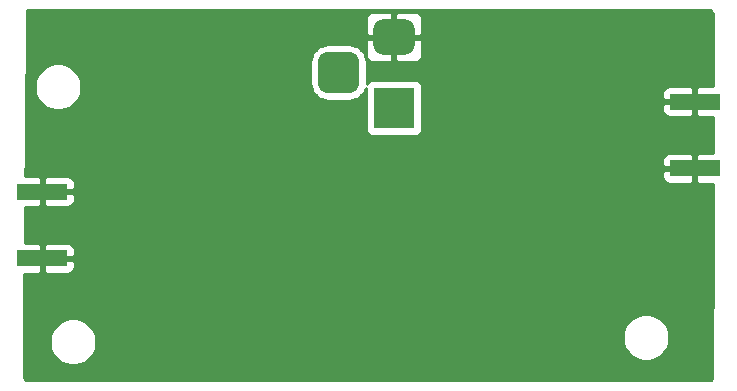
<source format=gbr>
%TF.GenerationSoftware,KiCad,Pcbnew,(5.1.9)-1*%
%TF.CreationDate,2021-01-26T13:47:22-05:00*%
%TF.ProjectId,LNA_1,4c4e415f-312e-46b6-9963-61645f706362,rev?*%
%TF.SameCoordinates,Original*%
%TF.FileFunction,Copper,L2,Bot*%
%TF.FilePolarity,Positive*%
%FSLAX46Y46*%
G04 Gerber Fmt 4.6, Leading zero omitted, Abs format (unit mm)*
G04 Created by KiCad (PCBNEW (5.1.9)-1) date 2021-01-26 13:47:22*
%MOMM*%
%LPD*%
G01*
G04 APERTURE LIST*
%TA.AperFunction,SMDPad,CuDef*%
%ADD10R,4.200000X1.350000*%
%TD*%
%TA.AperFunction,ComponentPad*%
%ADD11R,3.500000X3.500000*%
%TD*%
%TA.AperFunction,ViaPad*%
%ADD12C,0.800000*%
%TD*%
%TA.AperFunction,Conductor*%
%ADD13C,0.254000*%
%TD*%
%TA.AperFunction,Conductor*%
%ADD14C,0.100000*%
%TD*%
G04 APERTURE END LIST*
D10*
%TO.P,J2,3_2*%
%TO.N,GND*%
X138738000Y-58135000D03*
%TO.P,J2,2_2*%
X138738000Y-63785000D03*
%TD*%
%TO.P,J1,3_2*%
%TO.N,GND*%
X83512000Y-71405000D03*
%TO.P,J1,2_2*%
X83512000Y-65755000D03*
%TD*%
%TO.P,J3,3*%
%TO.N,N/C*%
%TA.AperFunction,ComponentPad*%
G36*
G01*
X107709000Y-53924000D02*
X109459000Y-53924000D01*
G75*
G02*
X110334000Y-54799000I0J-875000D01*
G01*
X110334000Y-56549000D01*
G75*
G02*
X109459000Y-57424000I-875000J0D01*
G01*
X107709000Y-57424000D01*
G75*
G02*
X106834000Y-56549000I0J875000D01*
G01*
X106834000Y-54799000D01*
G75*
G02*
X107709000Y-53924000I875000J0D01*
G01*
G37*
%TD.AperFunction*%
%TO.P,J3,2*%
%TO.N,GND*%
%TA.AperFunction,ComponentPad*%
G36*
G01*
X112284000Y-51174000D02*
X114284000Y-51174000D01*
G75*
G02*
X115034000Y-51924000I0J-750000D01*
G01*
X115034000Y-53424000D01*
G75*
G02*
X114284000Y-54174000I-750000J0D01*
G01*
X112284000Y-54174000D01*
G75*
G02*
X111534000Y-53424000I0J750000D01*
G01*
X111534000Y-51924000D01*
G75*
G02*
X112284000Y-51174000I750000J0D01*
G01*
G37*
%TD.AperFunction*%
D11*
%TO.P,J3,1*%
%TO.N,VCC*%
X113284000Y-58674000D03*
%TD*%
D12*
%TO.N,GND*%
X137541000Y-63754000D03*
X138811000Y-63754000D03*
X139954000Y-63754000D03*
X140081000Y-58166000D03*
X138811000Y-58166000D03*
X137541000Y-58166000D03*
X84836000Y-65659000D03*
X83693000Y-65659000D03*
X82550000Y-65659000D03*
X84963000Y-71374000D03*
X83820000Y-71374000D03*
X82677000Y-71374000D03*
X83554999Y-52160905D03*
X83554999Y-60160905D03*
X83554999Y-76160905D03*
X85554999Y-53160905D03*
X85554999Y-61160905D03*
X87554999Y-52160905D03*
X87554999Y-55160905D03*
X87554999Y-59160905D03*
X88554999Y-57160905D03*
X88554999Y-61160905D03*
X88554999Y-71160905D03*
X88554999Y-74160905D03*
X89554999Y-53160905D03*
X89554999Y-63160905D03*
X89554999Y-66160905D03*
X89554999Y-76160905D03*
X89554999Y-79160905D03*
X90554999Y-55160905D03*
X90554999Y-58160905D03*
X90554999Y-72160905D03*
X91554999Y-52160905D03*
X91554999Y-60160905D03*
X91554999Y-70160905D03*
X91554999Y-74160905D03*
X91554999Y-77160905D03*
X91554999Y-80160905D03*
X92554999Y-54160905D03*
X92554999Y-57160905D03*
X93554999Y-59160905D03*
X93554999Y-71160905D03*
X93554999Y-78160905D03*
X94554999Y-52160905D03*
X94554999Y-55160905D03*
X94554999Y-65160905D03*
X94554999Y-80160905D03*
X95554999Y-57160905D03*
X95554999Y-67160905D03*
X95554999Y-70160905D03*
X96554999Y-53160905D03*
X96554999Y-72160905D03*
X96554999Y-78160905D03*
X97554999Y-55160905D03*
X97554999Y-80160905D03*
X98554999Y-52160905D03*
X98554999Y-57160905D03*
X98554999Y-70160905D03*
X99554999Y-54160905D03*
X99554999Y-62160905D03*
X99695000Y-64770000D03*
X99554999Y-72160905D03*
X100554999Y-56160905D03*
X101092000Y-64897000D03*
X100554999Y-80160905D03*
X101554999Y-52160905D03*
X101219000Y-63160905D03*
X102554999Y-54160905D03*
X102554999Y-57160905D03*
X103554999Y-80160905D03*
X104554999Y-52160905D03*
X104554999Y-55160905D03*
X104554999Y-72160905D03*
X104554999Y-78160905D03*
X106554999Y-70160905D03*
X106554999Y-80160905D03*
X107554999Y-52160905D03*
X107554999Y-64160905D03*
X107554999Y-72160905D03*
X108966000Y-61214000D03*
X108554999Y-69160905D03*
X108554999Y-78160905D03*
X109554999Y-65160905D03*
X109554999Y-71160905D03*
X109554999Y-80160905D03*
X111554999Y-64160905D03*
X111554999Y-69160905D03*
X111554999Y-72160905D03*
X112554999Y-74160905D03*
X112554999Y-77160905D03*
X112554999Y-80160905D03*
X113554999Y-70160905D03*
X114554999Y-72160905D03*
X114554999Y-75160905D03*
X114554999Y-78160905D03*
X115554999Y-69160905D03*
X115554999Y-80160905D03*
X116554999Y-71160905D03*
X116554999Y-74160905D03*
X116554999Y-77160905D03*
X117554999Y-52160905D03*
X117554999Y-55160905D03*
X116713000Y-61341000D03*
X117554999Y-64160905D03*
X117554999Y-79160905D03*
X118554999Y-69160905D03*
X118554999Y-72160905D03*
X118554999Y-75160905D03*
X119554999Y-53160905D03*
X119554999Y-56160905D03*
X119554999Y-59160905D03*
X119554999Y-65160905D03*
X119554999Y-77160905D03*
X119554999Y-80160905D03*
X120554999Y-70160905D03*
X120554999Y-73160905D03*
X121554999Y-52160905D03*
X121554999Y-55160905D03*
X121554999Y-58160905D03*
X121554999Y-64160905D03*
X121554999Y-76160905D03*
X121554999Y-79160905D03*
X123554999Y-53160905D03*
X123554999Y-56160905D03*
X123554999Y-77160905D03*
X123554999Y-80160905D03*
X124554999Y-72160905D03*
X124554999Y-75160905D03*
X125554999Y-52160905D03*
X125554999Y-55160905D03*
X125554999Y-58160905D03*
X125554999Y-78160905D03*
X125349000Y-69342000D03*
X126554999Y-73160905D03*
X126554999Y-76160905D03*
X126554999Y-80160905D03*
X127554999Y-53160905D03*
X127554999Y-56160905D03*
X127554999Y-59160905D03*
X128554999Y-71160905D03*
X128554999Y-74160905D03*
X128554999Y-77160905D03*
X129554999Y-52160905D03*
X129554999Y-55160905D03*
X129554999Y-58160905D03*
X129554999Y-79160905D03*
X130554999Y-69160905D03*
X130554999Y-72160905D03*
X130554999Y-75160905D03*
X131554999Y-53160905D03*
X131554999Y-56160905D03*
X131554999Y-77160905D03*
X131554999Y-80160905D03*
X132554999Y-70160905D03*
X132554999Y-73160905D03*
X133554999Y-52160905D03*
X133554999Y-55160905D03*
X133554999Y-58160905D03*
X133554999Y-75160905D03*
X134554999Y-66160905D03*
X134554999Y-69160905D03*
X134554999Y-72160905D03*
X135554999Y-53160905D03*
X135554999Y-74160905D03*
X136554999Y-68160905D03*
X136554999Y-71160905D03*
X137554999Y-52160905D03*
X137554999Y-73160905D03*
X137554999Y-76160905D03*
X137554999Y-79160905D03*
X138554999Y-69160905D03*
X83220550Y-62414876D03*
X83220550Y-74414876D03*
X83220550Y-78414876D03*
X85220550Y-63414876D03*
X86220550Y-74414876D03*
X87220550Y-64414876D03*
X101220550Y-78414876D03*
X105220550Y-57414876D03*
X117220550Y-57414876D03*
X134747000Y-64008000D03*
X136220550Y-55414876D03*
X137220550Y-66414876D03*
X138220550Y-54414876D03*
X139220550Y-67414876D03*
X139220550Y-71414876D03*
X83220550Y-80414876D03*
X87220550Y-66414876D03*
X107220550Y-59414876D03*
X117220550Y-59414876D03*
X119220550Y-61414876D03*
X126220550Y-61414876D03*
X128143000Y-69342000D03*
X126492000Y-71120000D03*
%TD*%
D13*
%TO.N,GND*%
X140035819Y-50421555D02*
X140127596Y-50496407D01*
X140203091Y-50587664D01*
X140259419Y-50691844D01*
X140294440Y-50804976D01*
X140310001Y-50953031D01*
X140310001Y-56822822D01*
X139023750Y-56825000D01*
X138865000Y-56983750D01*
X138865000Y-58008000D01*
X138885000Y-58008000D01*
X138885000Y-58262000D01*
X138865000Y-58262000D01*
X138865000Y-59286250D01*
X139023750Y-59445000D01*
X140310001Y-59447178D01*
X140310001Y-62472822D01*
X139023750Y-62475000D01*
X138865000Y-62633750D01*
X138865000Y-63658000D01*
X138885000Y-63658000D01*
X138885000Y-63912000D01*
X138865000Y-63912000D01*
X138865000Y-64936250D01*
X139023750Y-65095000D01*
X140310001Y-65097178D01*
X140310001Y-69764623D01*
X140178485Y-81648875D01*
X140130594Y-81707595D01*
X140110159Y-81724500D01*
X82139456Y-81724500D01*
X82122405Y-81710594D01*
X82046909Y-81619335D01*
X81990581Y-81515160D01*
X81955560Y-81402024D01*
X81940000Y-81253979D01*
X81940000Y-78290495D01*
X84121000Y-78290495D01*
X84121000Y-78681505D01*
X84197282Y-79065003D01*
X84346915Y-79426250D01*
X84564149Y-79751364D01*
X84840636Y-80027851D01*
X85165750Y-80245085D01*
X85526997Y-80394718D01*
X85910495Y-80471000D01*
X86301505Y-80471000D01*
X86685003Y-80394718D01*
X87046250Y-80245085D01*
X87371364Y-80027851D01*
X87647851Y-79751364D01*
X87865085Y-79426250D01*
X88014718Y-79065003D01*
X88091000Y-78681505D01*
X88091000Y-78290495D01*
X88015215Y-77909495D01*
X132635000Y-77909495D01*
X132635000Y-78300505D01*
X132711282Y-78684003D01*
X132860915Y-79045250D01*
X133078149Y-79370364D01*
X133354636Y-79646851D01*
X133679750Y-79864085D01*
X134040997Y-80013718D01*
X134424495Y-80090000D01*
X134815505Y-80090000D01*
X135199003Y-80013718D01*
X135560250Y-79864085D01*
X135885364Y-79646851D01*
X136161851Y-79370364D01*
X136379085Y-79045250D01*
X136528718Y-78684003D01*
X136605000Y-78300505D01*
X136605000Y-77909495D01*
X136528718Y-77525997D01*
X136379085Y-77164750D01*
X136161851Y-76839636D01*
X135885364Y-76563149D01*
X135560250Y-76345915D01*
X135199003Y-76196282D01*
X134815505Y-76120000D01*
X134424495Y-76120000D01*
X134040997Y-76196282D01*
X133679750Y-76345915D01*
X133354636Y-76563149D01*
X133078149Y-76839636D01*
X132860915Y-77164750D01*
X132711282Y-77525997D01*
X132635000Y-77909495D01*
X88015215Y-77909495D01*
X88014718Y-77906997D01*
X87865085Y-77545750D01*
X87647851Y-77220636D01*
X87371364Y-76944149D01*
X87046250Y-76726915D01*
X86685003Y-76577282D01*
X86301505Y-76501000D01*
X85910495Y-76501000D01*
X85526997Y-76577282D01*
X85165750Y-76726915D01*
X84840636Y-76944149D01*
X84564149Y-77220636D01*
X84346915Y-77545750D01*
X84197282Y-77906997D01*
X84121000Y-78290495D01*
X81940000Y-78290495D01*
X81940000Y-76724046D01*
X81984342Y-72717103D01*
X83226250Y-72715000D01*
X83385000Y-72556250D01*
X83385000Y-71532000D01*
X83639000Y-71532000D01*
X83639000Y-72556250D01*
X83797750Y-72715000D01*
X85612000Y-72718072D01*
X85736482Y-72705812D01*
X85856180Y-72669502D01*
X85966494Y-72610537D01*
X86063185Y-72531185D01*
X86142537Y-72434494D01*
X86201502Y-72324180D01*
X86237812Y-72204482D01*
X86250072Y-72080000D01*
X86247000Y-71690750D01*
X86088250Y-71532000D01*
X83639000Y-71532000D01*
X83385000Y-71532000D01*
X83365000Y-71532000D01*
X83365000Y-71278000D01*
X83385000Y-71278000D01*
X83385000Y-70253750D01*
X83639000Y-70253750D01*
X83639000Y-71278000D01*
X86088250Y-71278000D01*
X86247000Y-71119250D01*
X86250072Y-70730000D01*
X86237812Y-70605518D01*
X86201502Y-70485820D01*
X86142537Y-70375506D01*
X86063185Y-70278815D01*
X85966494Y-70199463D01*
X85856180Y-70140498D01*
X85736482Y-70104188D01*
X85612000Y-70091928D01*
X83797750Y-70095000D01*
X83639000Y-70253750D01*
X83385000Y-70253750D01*
X83226250Y-70095000D01*
X82013382Y-70092946D01*
X82046869Y-67066997D01*
X83226250Y-67065000D01*
X83385000Y-66906250D01*
X83385000Y-65882000D01*
X83639000Y-65882000D01*
X83639000Y-66906250D01*
X83797750Y-67065000D01*
X85612000Y-67068072D01*
X85736482Y-67055812D01*
X85856180Y-67019502D01*
X85966494Y-66960537D01*
X86063185Y-66881185D01*
X86142537Y-66784494D01*
X86201502Y-66674180D01*
X86237812Y-66554482D01*
X86250072Y-66430000D01*
X86247000Y-66040750D01*
X86088250Y-65882000D01*
X83639000Y-65882000D01*
X83385000Y-65882000D01*
X83365000Y-65882000D01*
X83365000Y-65628000D01*
X83385000Y-65628000D01*
X83385000Y-64603750D01*
X83639000Y-64603750D01*
X83639000Y-65628000D01*
X86088250Y-65628000D01*
X86247000Y-65469250D01*
X86250072Y-65080000D01*
X86237812Y-64955518D01*
X86201502Y-64835820D01*
X86142537Y-64725506D01*
X86063185Y-64628815D01*
X85966494Y-64549463D01*
X85856180Y-64490498D01*
X85755642Y-64460000D01*
X135999928Y-64460000D01*
X136012188Y-64584482D01*
X136048498Y-64704180D01*
X136107463Y-64814494D01*
X136186815Y-64911185D01*
X136283506Y-64990537D01*
X136393820Y-65049502D01*
X136513518Y-65085812D01*
X136638000Y-65098072D01*
X138452250Y-65095000D01*
X138611000Y-64936250D01*
X138611000Y-63912000D01*
X136161750Y-63912000D01*
X136003000Y-64070750D01*
X135999928Y-64460000D01*
X85755642Y-64460000D01*
X85736482Y-64454188D01*
X85612000Y-64441928D01*
X83797750Y-64445000D01*
X83639000Y-64603750D01*
X83385000Y-64603750D01*
X83226250Y-64445000D01*
X82075906Y-64443052D01*
X82090658Y-63110000D01*
X135999928Y-63110000D01*
X136003000Y-63499250D01*
X136161750Y-63658000D01*
X138611000Y-63658000D01*
X138611000Y-62633750D01*
X138452250Y-62475000D01*
X136638000Y-62471928D01*
X136513518Y-62484188D01*
X136393820Y-62520498D01*
X136283506Y-62579463D01*
X136186815Y-62658815D01*
X136107463Y-62755506D01*
X136048498Y-62865820D01*
X136012188Y-62985518D01*
X135999928Y-63110000D01*
X82090658Y-63110000D01*
X82161588Y-56700495D01*
X82851000Y-56700495D01*
X82851000Y-57091505D01*
X82927282Y-57475003D01*
X83076915Y-57836250D01*
X83294149Y-58161364D01*
X83570636Y-58437851D01*
X83895750Y-58655085D01*
X84256997Y-58804718D01*
X84640495Y-58881000D01*
X85031505Y-58881000D01*
X85415003Y-58804718D01*
X85776250Y-58655085D01*
X86101364Y-58437851D01*
X86377851Y-58161364D01*
X86595085Y-57836250D01*
X86744718Y-57475003D01*
X86821000Y-57091505D01*
X86821000Y-56700495D01*
X86744718Y-56316997D01*
X86595085Y-55955750D01*
X86377851Y-55630636D01*
X86101364Y-55354149D01*
X85776250Y-55136915D01*
X85415003Y-54987282D01*
X85031505Y-54911000D01*
X84640495Y-54911000D01*
X84256997Y-54987282D01*
X83895750Y-55136915D01*
X83570636Y-55354149D01*
X83294149Y-55630636D01*
X83076915Y-55955750D01*
X82927282Y-56316997D01*
X82851000Y-56700495D01*
X82161588Y-56700495D01*
X82182630Y-54799000D01*
X106195928Y-54799000D01*
X106195928Y-56549000D01*
X106225001Y-56844186D01*
X106311104Y-57128028D01*
X106450927Y-57389618D01*
X106639097Y-57618903D01*
X106868382Y-57807073D01*
X107129972Y-57946896D01*
X107413814Y-58032999D01*
X107709000Y-58062072D01*
X109459000Y-58062072D01*
X109754186Y-58032999D01*
X110038028Y-57946896D01*
X110299618Y-57807073D01*
X110528903Y-57618903D01*
X110717073Y-57389618D01*
X110856896Y-57128028D01*
X110895928Y-56999357D01*
X110895928Y-60424000D01*
X110908188Y-60548482D01*
X110944498Y-60668180D01*
X111003463Y-60778494D01*
X111082815Y-60875185D01*
X111179506Y-60954537D01*
X111289820Y-61013502D01*
X111409518Y-61049812D01*
X111534000Y-61062072D01*
X115034000Y-61062072D01*
X115158482Y-61049812D01*
X115278180Y-61013502D01*
X115388494Y-60954537D01*
X115485185Y-60875185D01*
X115564537Y-60778494D01*
X115623502Y-60668180D01*
X115659812Y-60548482D01*
X115672072Y-60424000D01*
X115672072Y-58810000D01*
X135999928Y-58810000D01*
X136012188Y-58934482D01*
X136048498Y-59054180D01*
X136107463Y-59164494D01*
X136186815Y-59261185D01*
X136283506Y-59340537D01*
X136393820Y-59399502D01*
X136513518Y-59435812D01*
X136638000Y-59448072D01*
X138452250Y-59445000D01*
X138611000Y-59286250D01*
X138611000Y-58262000D01*
X136161750Y-58262000D01*
X136003000Y-58420750D01*
X135999928Y-58810000D01*
X115672072Y-58810000D01*
X115672072Y-57460000D01*
X135999928Y-57460000D01*
X136003000Y-57849250D01*
X136161750Y-58008000D01*
X138611000Y-58008000D01*
X138611000Y-56983750D01*
X138452250Y-56825000D01*
X136638000Y-56821928D01*
X136513518Y-56834188D01*
X136393820Y-56870498D01*
X136283506Y-56929463D01*
X136186815Y-57008815D01*
X136107463Y-57105506D01*
X136048498Y-57215820D01*
X136012188Y-57335518D01*
X135999928Y-57460000D01*
X115672072Y-57460000D01*
X115672072Y-56924000D01*
X115659812Y-56799518D01*
X115623502Y-56679820D01*
X115564537Y-56569506D01*
X115485185Y-56472815D01*
X115388494Y-56393463D01*
X115278180Y-56334498D01*
X115158482Y-56298188D01*
X115034000Y-56285928D01*
X111534000Y-56285928D01*
X111409518Y-56298188D01*
X111289820Y-56334498D01*
X111179506Y-56393463D01*
X111082815Y-56472815D01*
X111003463Y-56569506D01*
X110962506Y-56646131D01*
X110972072Y-56549000D01*
X110972072Y-54799000D01*
X110942999Y-54503814D01*
X110856896Y-54219972D01*
X110832324Y-54174000D01*
X110895928Y-54174000D01*
X110908188Y-54298482D01*
X110944498Y-54418180D01*
X111003463Y-54528494D01*
X111082815Y-54625185D01*
X111179506Y-54704537D01*
X111289820Y-54763502D01*
X111409518Y-54799812D01*
X111534000Y-54812072D01*
X112998250Y-54809000D01*
X113157000Y-54650250D01*
X113157000Y-52801000D01*
X113411000Y-52801000D01*
X113411000Y-54650250D01*
X113569750Y-54809000D01*
X115034000Y-54812072D01*
X115158482Y-54799812D01*
X115278180Y-54763502D01*
X115388494Y-54704537D01*
X115485185Y-54625185D01*
X115564537Y-54528494D01*
X115623502Y-54418180D01*
X115659812Y-54298482D01*
X115672072Y-54174000D01*
X115669000Y-52959750D01*
X115510250Y-52801000D01*
X113411000Y-52801000D01*
X113157000Y-52801000D01*
X111057750Y-52801000D01*
X110899000Y-52959750D01*
X110895928Y-54174000D01*
X110832324Y-54174000D01*
X110717073Y-53958382D01*
X110528903Y-53729097D01*
X110299618Y-53540927D01*
X110038028Y-53401104D01*
X109754186Y-53315001D01*
X109459000Y-53285928D01*
X107709000Y-53285928D01*
X107413814Y-53315001D01*
X107129972Y-53401104D01*
X106868382Y-53540927D01*
X106639097Y-53729097D01*
X106450927Y-53958382D01*
X106311104Y-54219972D01*
X106225001Y-54503814D01*
X106195928Y-54799000D01*
X82182630Y-54799000D01*
X82222746Y-51174000D01*
X110895928Y-51174000D01*
X110899000Y-52388250D01*
X111057750Y-52547000D01*
X113157000Y-52547000D01*
X113157000Y-50697750D01*
X113411000Y-50697750D01*
X113411000Y-52547000D01*
X115510250Y-52547000D01*
X115669000Y-52388250D01*
X115672072Y-51174000D01*
X115659812Y-51049518D01*
X115623502Y-50929820D01*
X115564537Y-50819506D01*
X115485185Y-50722815D01*
X115388494Y-50643463D01*
X115278180Y-50584498D01*
X115158482Y-50548188D01*
X115034000Y-50535928D01*
X113569750Y-50539000D01*
X113411000Y-50697750D01*
X113157000Y-50697750D01*
X112998250Y-50539000D01*
X111534000Y-50535928D01*
X111409518Y-50548188D01*
X111289820Y-50584498D01*
X111179506Y-50643463D01*
X111082815Y-50722815D01*
X111003463Y-50819506D01*
X110944498Y-50929820D01*
X110908188Y-51049518D01*
X110895928Y-51174000D01*
X82222746Y-51174000D01*
X82231102Y-50419000D01*
X140031014Y-50419000D01*
X140035819Y-50421555D01*
%TA.AperFunction,Conductor*%
D14*
G36*
X140035819Y-50421555D02*
G01*
X140127596Y-50496407D01*
X140203091Y-50587664D01*
X140259419Y-50691844D01*
X140294440Y-50804976D01*
X140310001Y-50953031D01*
X140310001Y-56822822D01*
X139023750Y-56825000D01*
X138865000Y-56983750D01*
X138865000Y-58008000D01*
X138885000Y-58008000D01*
X138885000Y-58262000D01*
X138865000Y-58262000D01*
X138865000Y-59286250D01*
X139023750Y-59445000D01*
X140310001Y-59447178D01*
X140310001Y-62472822D01*
X139023750Y-62475000D01*
X138865000Y-62633750D01*
X138865000Y-63658000D01*
X138885000Y-63658000D01*
X138885000Y-63912000D01*
X138865000Y-63912000D01*
X138865000Y-64936250D01*
X139023750Y-65095000D01*
X140310001Y-65097178D01*
X140310001Y-69764623D01*
X140178485Y-81648875D01*
X140130594Y-81707595D01*
X140110159Y-81724500D01*
X82139456Y-81724500D01*
X82122405Y-81710594D01*
X82046909Y-81619335D01*
X81990581Y-81515160D01*
X81955560Y-81402024D01*
X81940000Y-81253979D01*
X81940000Y-78290495D01*
X84121000Y-78290495D01*
X84121000Y-78681505D01*
X84197282Y-79065003D01*
X84346915Y-79426250D01*
X84564149Y-79751364D01*
X84840636Y-80027851D01*
X85165750Y-80245085D01*
X85526997Y-80394718D01*
X85910495Y-80471000D01*
X86301505Y-80471000D01*
X86685003Y-80394718D01*
X87046250Y-80245085D01*
X87371364Y-80027851D01*
X87647851Y-79751364D01*
X87865085Y-79426250D01*
X88014718Y-79065003D01*
X88091000Y-78681505D01*
X88091000Y-78290495D01*
X88015215Y-77909495D01*
X132635000Y-77909495D01*
X132635000Y-78300505D01*
X132711282Y-78684003D01*
X132860915Y-79045250D01*
X133078149Y-79370364D01*
X133354636Y-79646851D01*
X133679750Y-79864085D01*
X134040997Y-80013718D01*
X134424495Y-80090000D01*
X134815505Y-80090000D01*
X135199003Y-80013718D01*
X135560250Y-79864085D01*
X135885364Y-79646851D01*
X136161851Y-79370364D01*
X136379085Y-79045250D01*
X136528718Y-78684003D01*
X136605000Y-78300505D01*
X136605000Y-77909495D01*
X136528718Y-77525997D01*
X136379085Y-77164750D01*
X136161851Y-76839636D01*
X135885364Y-76563149D01*
X135560250Y-76345915D01*
X135199003Y-76196282D01*
X134815505Y-76120000D01*
X134424495Y-76120000D01*
X134040997Y-76196282D01*
X133679750Y-76345915D01*
X133354636Y-76563149D01*
X133078149Y-76839636D01*
X132860915Y-77164750D01*
X132711282Y-77525997D01*
X132635000Y-77909495D01*
X88015215Y-77909495D01*
X88014718Y-77906997D01*
X87865085Y-77545750D01*
X87647851Y-77220636D01*
X87371364Y-76944149D01*
X87046250Y-76726915D01*
X86685003Y-76577282D01*
X86301505Y-76501000D01*
X85910495Y-76501000D01*
X85526997Y-76577282D01*
X85165750Y-76726915D01*
X84840636Y-76944149D01*
X84564149Y-77220636D01*
X84346915Y-77545750D01*
X84197282Y-77906997D01*
X84121000Y-78290495D01*
X81940000Y-78290495D01*
X81940000Y-76724046D01*
X81984342Y-72717103D01*
X83226250Y-72715000D01*
X83385000Y-72556250D01*
X83385000Y-71532000D01*
X83639000Y-71532000D01*
X83639000Y-72556250D01*
X83797750Y-72715000D01*
X85612000Y-72718072D01*
X85736482Y-72705812D01*
X85856180Y-72669502D01*
X85966494Y-72610537D01*
X86063185Y-72531185D01*
X86142537Y-72434494D01*
X86201502Y-72324180D01*
X86237812Y-72204482D01*
X86250072Y-72080000D01*
X86247000Y-71690750D01*
X86088250Y-71532000D01*
X83639000Y-71532000D01*
X83385000Y-71532000D01*
X83365000Y-71532000D01*
X83365000Y-71278000D01*
X83385000Y-71278000D01*
X83385000Y-70253750D01*
X83639000Y-70253750D01*
X83639000Y-71278000D01*
X86088250Y-71278000D01*
X86247000Y-71119250D01*
X86250072Y-70730000D01*
X86237812Y-70605518D01*
X86201502Y-70485820D01*
X86142537Y-70375506D01*
X86063185Y-70278815D01*
X85966494Y-70199463D01*
X85856180Y-70140498D01*
X85736482Y-70104188D01*
X85612000Y-70091928D01*
X83797750Y-70095000D01*
X83639000Y-70253750D01*
X83385000Y-70253750D01*
X83226250Y-70095000D01*
X82013382Y-70092946D01*
X82046869Y-67066997D01*
X83226250Y-67065000D01*
X83385000Y-66906250D01*
X83385000Y-65882000D01*
X83639000Y-65882000D01*
X83639000Y-66906250D01*
X83797750Y-67065000D01*
X85612000Y-67068072D01*
X85736482Y-67055812D01*
X85856180Y-67019502D01*
X85966494Y-66960537D01*
X86063185Y-66881185D01*
X86142537Y-66784494D01*
X86201502Y-66674180D01*
X86237812Y-66554482D01*
X86250072Y-66430000D01*
X86247000Y-66040750D01*
X86088250Y-65882000D01*
X83639000Y-65882000D01*
X83385000Y-65882000D01*
X83365000Y-65882000D01*
X83365000Y-65628000D01*
X83385000Y-65628000D01*
X83385000Y-64603750D01*
X83639000Y-64603750D01*
X83639000Y-65628000D01*
X86088250Y-65628000D01*
X86247000Y-65469250D01*
X86250072Y-65080000D01*
X86237812Y-64955518D01*
X86201502Y-64835820D01*
X86142537Y-64725506D01*
X86063185Y-64628815D01*
X85966494Y-64549463D01*
X85856180Y-64490498D01*
X85755642Y-64460000D01*
X135999928Y-64460000D01*
X136012188Y-64584482D01*
X136048498Y-64704180D01*
X136107463Y-64814494D01*
X136186815Y-64911185D01*
X136283506Y-64990537D01*
X136393820Y-65049502D01*
X136513518Y-65085812D01*
X136638000Y-65098072D01*
X138452250Y-65095000D01*
X138611000Y-64936250D01*
X138611000Y-63912000D01*
X136161750Y-63912000D01*
X136003000Y-64070750D01*
X135999928Y-64460000D01*
X85755642Y-64460000D01*
X85736482Y-64454188D01*
X85612000Y-64441928D01*
X83797750Y-64445000D01*
X83639000Y-64603750D01*
X83385000Y-64603750D01*
X83226250Y-64445000D01*
X82075906Y-64443052D01*
X82090658Y-63110000D01*
X135999928Y-63110000D01*
X136003000Y-63499250D01*
X136161750Y-63658000D01*
X138611000Y-63658000D01*
X138611000Y-62633750D01*
X138452250Y-62475000D01*
X136638000Y-62471928D01*
X136513518Y-62484188D01*
X136393820Y-62520498D01*
X136283506Y-62579463D01*
X136186815Y-62658815D01*
X136107463Y-62755506D01*
X136048498Y-62865820D01*
X136012188Y-62985518D01*
X135999928Y-63110000D01*
X82090658Y-63110000D01*
X82161588Y-56700495D01*
X82851000Y-56700495D01*
X82851000Y-57091505D01*
X82927282Y-57475003D01*
X83076915Y-57836250D01*
X83294149Y-58161364D01*
X83570636Y-58437851D01*
X83895750Y-58655085D01*
X84256997Y-58804718D01*
X84640495Y-58881000D01*
X85031505Y-58881000D01*
X85415003Y-58804718D01*
X85776250Y-58655085D01*
X86101364Y-58437851D01*
X86377851Y-58161364D01*
X86595085Y-57836250D01*
X86744718Y-57475003D01*
X86821000Y-57091505D01*
X86821000Y-56700495D01*
X86744718Y-56316997D01*
X86595085Y-55955750D01*
X86377851Y-55630636D01*
X86101364Y-55354149D01*
X85776250Y-55136915D01*
X85415003Y-54987282D01*
X85031505Y-54911000D01*
X84640495Y-54911000D01*
X84256997Y-54987282D01*
X83895750Y-55136915D01*
X83570636Y-55354149D01*
X83294149Y-55630636D01*
X83076915Y-55955750D01*
X82927282Y-56316997D01*
X82851000Y-56700495D01*
X82161588Y-56700495D01*
X82182630Y-54799000D01*
X106195928Y-54799000D01*
X106195928Y-56549000D01*
X106225001Y-56844186D01*
X106311104Y-57128028D01*
X106450927Y-57389618D01*
X106639097Y-57618903D01*
X106868382Y-57807073D01*
X107129972Y-57946896D01*
X107413814Y-58032999D01*
X107709000Y-58062072D01*
X109459000Y-58062072D01*
X109754186Y-58032999D01*
X110038028Y-57946896D01*
X110299618Y-57807073D01*
X110528903Y-57618903D01*
X110717073Y-57389618D01*
X110856896Y-57128028D01*
X110895928Y-56999357D01*
X110895928Y-60424000D01*
X110908188Y-60548482D01*
X110944498Y-60668180D01*
X111003463Y-60778494D01*
X111082815Y-60875185D01*
X111179506Y-60954537D01*
X111289820Y-61013502D01*
X111409518Y-61049812D01*
X111534000Y-61062072D01*
X115034000Y-61062072D01*
X115158482Y-61049812D01*
X115278180Y-61013502D01*
X115388494Y-60954537D01*
X115485185Y-60875185D01*
X115564537Y-60778494D01*
X115623502Y-60668180D01*
X115659812Y-60548482D01*
X115672072Y-60424000D01*
X115672072Y-58810000D01*
X135999928Y-58810000D01*
X136012188Y-58934482D01*
X136048498Y-59054180D01*
X136107463Y-59164494D01*
X136186815Y-59261185D01*
X136283506Y-59340537D01*
X136393820Y-59399502D01*
X136513518Y-59435812D01*
X136638000Y-59448072D01*
X138452250Y-59445000D01*
X138611000Y-59286250D01*
X138611000Y-58262000D01*
X136161750Y-58262000D01*
X136003000Y-58420750D01*
X135999928Y-58810000D01*
X115672072Y-58810000D01*
X115672072Y-57460000D01*
X135999928Y-57460000D01*
X136003000Y-57849250D01*
X136161750Y-58008000D01*
X138611000Y-58008000D01*
X138611000Y-56983750D01*
X138452250Y-56825000D01*
X136638000Y-56821928D01*
X136513518Y-56834188D01*
X136393820Y-56870498D01*
X136283506Y-56929463D01*
X136186815Y-57008815D01*
X136107463Y-57105506D01*
X136048498Y-57215820D01*
X136012188Y-57335518D01*
X135999928Y-57460000D01*
X115672072Y-57460000D01*
X115672072Y-56924000D01*
X115659812Y-56799518D01*
X115623502Y-56679820D01*
X115564537Y-56569506D01*
X115485185Y-56472815D01*
X115388494Y-56393463D01*
X115278180Y-56334498D01*
X115158482Y-56298188D01*
X115034000Y-56285928D01*
X111534000Y-56285928D01*
X111409518Y-56298188D01*
X111289820Y-56334498D01*
X111179506Y-56393463D01*
X111082815Y-56472815D01*
X111003463Y-56569506D01*
X110962506Y-56646131D01*
X110972072Y-56549000D01*
X110972072Y-54799000D01*
X110942999Y-54503814D01*
X110856896Y-54219972D01*
X110832324Y-54174000D01*
X110895928Y-54174000D01*
X110908188Y-54298482D01*
X110944498Y-54418180D01*
X111003463Y-54528494D01*
X111082815Y-54625185D01*
X111179506Y-54704537D01*
X111289820Y-54763502D01*
X111409518Y-54799812D01*
X111534000Y-54812072D01*
X112998250Y-54809000D01*
X113157000Y-54650250D01*
X113157000Y-52801000D01*
X113411000Y-52801000D01*
X113411000Y-54650250D01*
X113569750Y-54809000D01*
X115034000Y-54812072D01*
X115158482Y-54799812D01*
X115278180Y-54763502D01*
X115388494Y-54704537D01*
X115485185Y-54625185D01*
X115564537Y-54528494D01*
X115623502Y-54418180D01*
X115659812Y-54298482D01*
X115672072Y-54174000D01*
X115669000Y-52959750D01*
X115510250Y-52801000D01*
X113411000Y-52801000D01*
X113157000Y-52801000D01*
X111057750Y-52801000D01*
X110899000Y-52959750D01*
X110895928Y-54174000D01*
X110832324Y-54174000D01*
X110717073Y-53958382D01*
X110528903Y-53729097D01*
X110299618Y-53540927D01*
X110038028Y-53401104D01*
X109754186Y-53315001D01*
X109459000Y-53285928D01*
X107709000Y-53285928D01*
X107413814Y-53315001D01*
X107129972Y-53401104D01*
X106868382Y-53540927D01*
X106639097Y-53729097D01*
X106450927Y-53958382D01*
X106311104Y-54219972D01*
X106225001Y-54503814D01*
X106195928Y-54799000D01*
X82182630Y-54799000D01*
X82222746Y-51174000D01*
X110895928Y-51174000D01*
X110899000Y-52388250D01*
X111057750Y-52547000D01*
X113157000Y-52547000D01*
X113157000Y-50697750D01*
X113411000Y-50697750D01*
X113411000Y-52547000D01*
X115510250Y-52547000D01*
X115669000Y-52388250D01*
X115672072Y-51174000D01*
X115659812Y-51049518D01*
X115623502Y-50929820D01*
X115564537Y-50819506D01*
X115485185Y-50722815D01*
X115388494Y-50643463D01*
X115278180Y-50584498D01*
X115158482Y-50548188D01*
X115034000Y-50535928D01*
X113569750Y-50539000D01*
X113411000Y-50697750D01*
X113157000Y-50697750D01*
X112998250Y-50539000D01*
X111534000Y-50535928D01*
X111409518Y-50548188D01*
X111289820Y-50584498D01*
X111179506Y-50643463D01*
X111082815Y-50722815D01*
X111003463Y-50819506D01*
X110944498Y-50929820D01*
X110908188Y-51049518D01*
X110895928Y-51174000D01*
X82222746Y-51174000D01*
X82231102Y-50419000D01*
X140031014Y-50419000D01*
X140035819Y-50421555D01*
G37*
%TD.AperFunction*%
%TD*%
M02*

</source>
